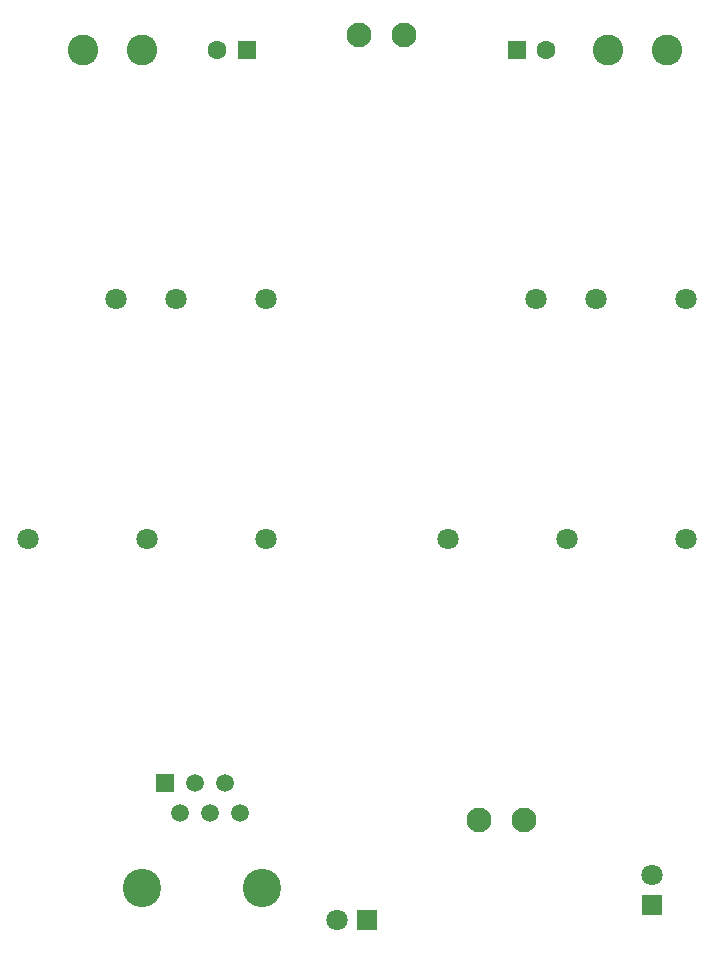
<source format=gbr>
%TF.GenerationSoftware,KiCad,Pcbnew,6.0.2+dfsg-1*%
%TF.CreationDate,2022-06-29T22:04:32+02:00*%
%TF.ProjectId,ID_BAC_Carte_Alimentation,49445f42-4143-45f4-9361-7274655f416c,rev?*%
%TF.SameCoordinates,Original*%
%TF.FileFunction,Soldermask,Top*%
%TF.FilePolarity,Negative*%
%FSLAX46Y46*%
G04 Gerber Fmt 4.6, Leading zero omitted, Abs format (unit mm)*
G04 Created by KiCad (PCBNEW 6.0.2+dfsg-1) date 2022-06-29 22:04:32*
%MOMM*%
%LPD*%
G01*
G04 APERTURE LIST*
%ADD10R,1.800000X1.800000*%
%ADD11C,1.800000*%
%ADD12C,2.600000*%
%ADD13R,1.600000X1.600000*%
%ADD14C,1.600000*%
%ADD15C,3.250000*%
%ADD16R,1.520000X1.520000*%
%ADD17C,1.520000*%
%ADD18C,2.100000*%
G04 APERTURE END LIST*
D10*
%TO.C,D2*%
X162560000Y-109220000D03*
D11*
X162560000Y-106680000D03*
%TD*%
D10*
%TO.C,D1*%
X138430000Y-110490000D03*
D11*
X135890000Y-110490000D03*
%TD*%
D12*
%TO.C,L2*%
X119380000Y-36830000D03*
X114380000Y-36830000D03*
%TD*%
%TO.C,L1*%
X158830000Y-36830000D03*
X163830000Y-36830000D03*
%TD*%
D13*
%TO.C,C2*%
X151130000Y-36830000D03*
D14*
X153630000Y-36830000D03*
%TD*%
D13*
%TO.C,C1*%
X128270000Y-36830000D03*
D14*
X125770000Y-36830000D03*
%TD*%
D11*
%TO.C,PS2*%
X152720000Y-57930000D03*
X157800000Y-57930000D03*
X145260000Y-78230000D03*
X155360000Y-78230000D03*
X165460000Y-78230000D03*
X165460000Y-57930000D03*
%TD*%
%TO.C,PS1*%
X117160000Y-57930000D03*
X122240000Y-57930000D03*
X109700000Y-78230000D03*
X119800000Y-78230000D03*
X129900000Y-78230000D03*
X129900000Y-57930000D03*
%TD*%
D15*
%TO.C,J3*%
X119380000Y-107800000D03*
X129540000Y-107800000D03*
D16*
X121290000Y-98910000D03*
D17*
X122560000Y-101450000D03*
X123830000Y-98910000D03*
X125100000Y-101450000D03*
X126370000Y-98910000D03*
X127640000Y-101450000D03*
%TD*%
D18*
%TO.C,J2*%
X147955000Y-102010000D03*
X151765000Y-102010000D03*
%TD*%
%TO.C,J1*%
X141605000Y-35560000D03*
X137795000Y-35560000D03*
%TD*%
M02*

</source>
